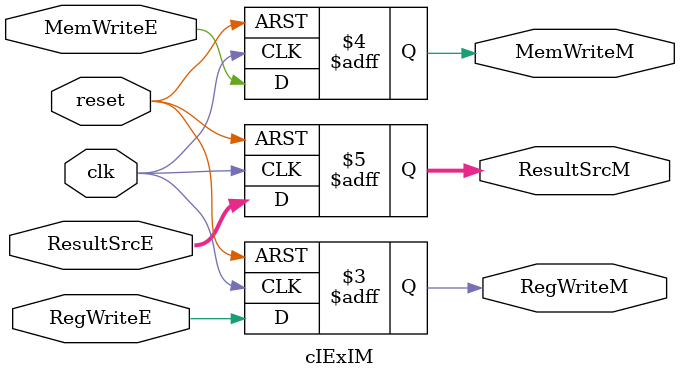
<source format=v>
module cIExIM (input wire clk, reset,
                input wire RegWriteE, MemWriteE,
                input wire [1:0] ResultSrcE,  
                output reg RegWriteM, MemWriteM,
                output reg [1:0] ResultSrcM);

    always @( posedge clk or negedge reset ) begin
        if (!reset) begin
            RegWriteM <= 0;
            MemWriteM <= 0;
            ResultSrcM <= 0;
        end
        else begin
            RegWriteM <= RegWriteE;
            MemWriteM <= MemWriteE;
            ResultSrcM <= ResultSrcE; 
        end
        
    end

endmodule
</source>
